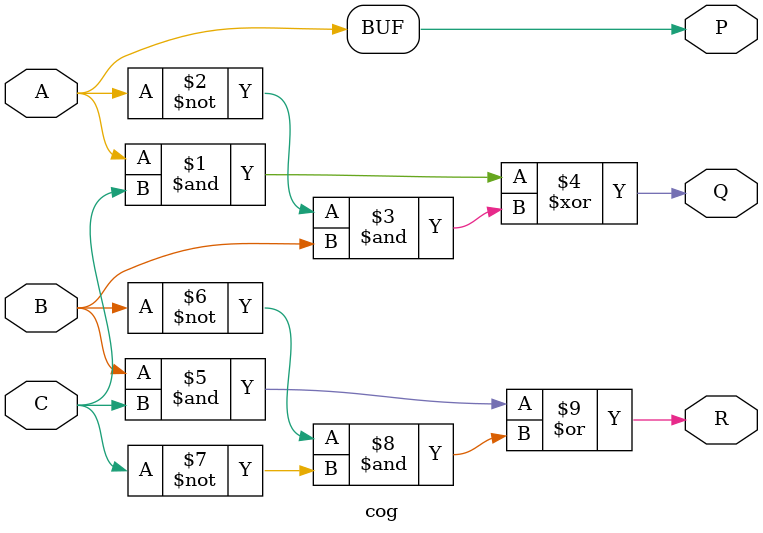
<source format=v>
`timescale 1ns / 1ps

module cog (
    input wire A,
    input wire B,
    input wire C,
    output wire P,
    output wire Q,
    output wire R
);
    assign P = A;
    assign Q = (A & C) ^ (~A & B);
    assign R = (B & C) | (~B & ~C);

endmodule
</source>
